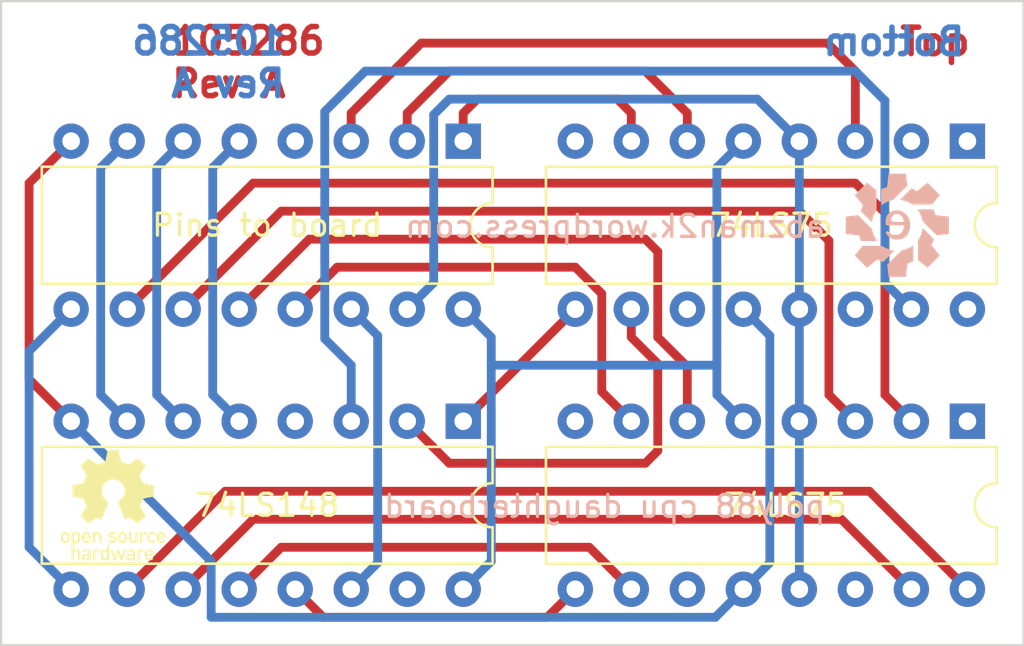
<source format=kicad_pcb>
(kicad_pcb (version 20221018) (generator pcbnew)
  (layers (0 "F.Cu" signal) (31 "B.Cu" signal) (34 "B.Paste" user) (35 "F.Paste" user) (36 "B.SilkS" user "B.Silkscreen") (37 "F.SilkS" user "F.Silkscreen") (38 "B.Mask" user) (39 "F.Mask" user) (44 "Edge.Cuts" user))
  (net 0 "")
  (net 1 "Net-(U1-I4)")
  (net 2 "Net-(U1-I5)")
  (net 3 "Net-(U1-I6)")
  (net 5 "Net-(U1-EI)")
  (net 6 "Net-(U1-S2)")
  (net 7 "Net-(U1-S1)")
  (net 8 "GND")
  (net 9 "Net-(U1-S0)")
  (net 10 "Net-(U1-IO)")
  (net 11 "Net-(U1-I1)")
  (net 12 "Net-(U1-I2)")
  (net 13 "Net-(U1-I3)")
  (net 14 "Net-(U1-GS)")
  (net 15 "Net-(U1-EO)")
  (net 16 "+5V")
  (net 17 "Net-(U2-I4)")
  (net 18 "Net-(U2-I5)")
  (net 19 "Net-(U2-I6)")
  (net 21 "Net-(U2-IO)")
  (net 22 "Net-(U2-I1)")
  (net 23 "Net-(U2-I2)")
  (net 24 "Net-(U2-I3)")
  (footprint "Package_DIP:DIP-16_W7.62mm" (layer "F.Cu") (at 147.32 76.2 -90)
    (fp_text reference "U4" hide)
    (fp_text value "74LS75" (at 3.81 8.255 -180) (layer "F.SilkS"))
    (pad "1" thru_hole rect (at 0 0 270) (size 1.6 1.6) (drill 0.8) (layers "*.Cu" "*.Mask"))
    (pad "2" thru_hole oval (at 0 2.54 270) (size 1.6 1.6) (drill 0.8) (layers "*.Cu" "*.Mask") (net 10 "Net-(U1-IO)"))
    (pad "3" thru_hole oval (at 0 5.08 270) (size 1.6 1.6) (drill 0.8) (layers "*.Cu" "*.Mask") (net 11 "Net-(U1-I1)"))
    (pad "4" thru_hole oval (at 0 7.62 270) (size 1.6 1.6) (drill 0.8) (layers "*.Cu" "*.Mask") (net 15 "Net-(U1-EO)"))
    (pad "5" thru_hole oval (at 0 10.16 270) (size 1.6 1.6) (drill 0.8) (layers "*.Cu" "*.Mask") (net 16 "+5V"))
    (pad "6" thru_hole oval (at 0 12.7 270) (size 1.6 1.6) (drill 0.8) (layers "*.Cu" "*.Mask") (net 12 "Net-(U1-I2)"))
    (pad "7" thru_hole oval (at 0 15.24 270) (size 1.6 1.6) (drill 0.8) (layers "*.Cu" "*.Mask") (net 13 "Net-(U1-I3)"))
    (pad "8" thru_hole oval (at 0 17.78 270) (size 1.6 1.6) (drill 0.8) (layers "*.Cu" "*.Mask"))
    (pad "9" thru_hole oval (at 7.62 17.78 270) (size 1.6 1.6) (drill 0.8) (layers "*.Cu" "*.Mask") (net 24 "Net-(U2-I3)"))
    (pad "10" thru_hole oval (at 7.62 15.24 270) (size 1.6 1.6) (drill 0.8) (layers "*.Cu" "*.Mask") (net 23 "Net-(U2-I2)"))
    (pad "11" thru_hole oval (at 7.62 12.7 270) (size 1.6 1.6) (drill 0.8) (layers "*.Cu" "*.Mask"))
    (pad "12" thru_hole oval (at 7.62 10.16 270) (size 1.6 1.6) (drill 0.8) (layers "*.Cu" "*.Mask") (net 8 "GND"))
    (pad "13" thru_hole oval (at 7.62 7.62 270) (size 1.6 1.6) (drill 0.8) (layers "*.Cu" "*.Mask") (net 15 "Net-(U1-EO)"))
    (pad "14" thru_hole oval (at 7.62 5.08 270) (size 1.6 1.6) (drill 0.8) (layers "*.Cu" "*.Mask"))
    (pad "15" thru_hole oval (at 7.62 2.54 270) (size 1.6 1.6) (drill 0.8) (layers "*.Cu" "*.Mask") (net 22 "Net-(U2-I1)"))
    (pad "16" thru_hole oval (at 7.62 0 270) (size 1.6 1.6) (drill 0.8) (layers "*.Cu" "*.Mask") (net 21 "Net-(U2-IO)"))
  )
  (footprint "Package_DIP:DIP-16_W7.62mm" (layer "F.Cu") (at 124.46 63.5 -90)
    (fp_text reference "U1" hide)
    (fp_text value "74LS148")
    (pad "1" thru_hole rect (at 0 0 270) (size 1.6 1.6) (drill 0.8) (layers "*.Cu" "*.Mask") (net 1 "Net-(U1-I4)"))
    (pad "2" thru_hole oval (at 0 2.54 270) (size 1.6 1.6) (drill 0.8) (layers "*.Cu" "*.Mask") (net 2 "Net-(U1-I5)"))
    (pad "3" thru_hole oval (at 0 5.08 270) (size 1.6 1.6) (drill 0.8) (layers "*.Cu" "*.Mask") (net 3 "Net-(U1-I6)"))
    (pad "4" thru_hole oval (at 0 7.62 270) (size 1.6 1.6) (drill 0.8) (layers "*.Cu" "*.Mask"))
    (pad "5" thru_hole oval (at 0 10.16 270) (size 1.6 1.6) (drill 0.8) (layers "*.Cu" "*.Mask") (net 5 "Net-(U1-EI)"))
    (pad "6" thru_hole oval (at 0 12.7 270) (size 1.6 1.6) (drill 0.8) (layers "*.Cu" "*.Mask") (net 6 "Net-(U1-S2)"))
    (pad "7" thru_hole oval (at 0 15.24 270) (size 1.6 1.6) (drill 0.8) (layers "*.Cu" "*.Mask") (net 7 "Net-(U1-S1)"))
    (pad "8" thru_hole oval (at 0 17.78 270) (size 1.6 1.6) (drill 0.8) (layers "*.Cu" "*.Mask") (net 8 "GND"))
    (pad "9" thru_hole oval (at 7.62 17.78 270) (size 1.6 1.6) (drill 0.8) (layers "*.Cu" "*.Mask") (net 9 "Net-(U1-S0)"))
    (pad "10" thru_hole oval (at 7.62 15.24 270) (size 1.6 1.6) (drill 0.8) (layers "*.Cu" "*.Mask") (net 10 "Net-(U1-IO)"))
    (pad "11" thru_hole oval (at 7.62 12.7 270) (size 1.6 1.6) (drill 0.8) (layers "*.Cu" "*.Mask") (net 11 "Net-(U1-I1)"))
    (pad "12" thru_hole oval (at 7.62 10.16 270) (size 1.6 1.6) (drill 0.8) (layers "*.Cu" "*.Mask") (net 12 "Net-(U1-I2)"))
    (pad "13" thru_hole oval (at 7.62 7.62 270) (size 1.6 1.6) (drill 0.8) (layers "*.Cu" "*.Mask") (net 13 "Net-(U1-I3)"))
    (pad "14" thru_hole oval (at 7.62 5.08 270) (size 1.6 1.6) (drill 0.8) (layers "*.Cu" "*.Mask") (net 14 "Net-(U1-GS)"))
    (pad "15" thru_hole oval (at 7.62 2.54 270) (size 1.6 1.6) (drill 0.8) (layers "*.Cu" "*.Mask") (net 15 "Net-(U1-EO)"))
    (pad "16" thru_hole oval (at 7.62 0 270) (size 1.6 1.6) (drill 0.8) (layers "*.Cu" "*.Mask") (net 16 "+5V"))
  )
  (footprint "Evan's parts:OSHW gear" (layer "F.Cu") (at 108.585 80.01)
    (fp_text reference "G***" hide)
    (fp_text value "LOGO" hide)
  )
  (footprint "Package_DIP:DIP-16_W7.62mm" (layer "F.Cu") (at 124.46 76.2 -90)
    (fp_text reference "U2" hide)
    (fp_text value "74LS148" (at 3.81 8.89 -180) (layer "F.SilkS"))
    (pad "1" thru_hole rect (at 0 0 270) (size 1.6 1.6) (drill 0.8) (layers "*.Cu" "*.Mask") (net 17 "Net-(U2-I4)"))
    (pad "2" thru_hole oval (at 0 2.54 270) (size 1.6 1.6) (drill 0.8) (layers "*.Cu" "*.Mask") (net 18 "Net-(U2-I5)"))
    (pad "3" thru_hole oval (at 0 5.08 270) (size 1.6 1.6) (drill 0.8) (layers "*.Cu" "*.Mask") (net 19 "Net-(U2-I6)"))
    (pad "4" thru_hole oval (at 0 7.62 270) (size 1.6 1.6) (drill 0.8) (layers "*.Cu" "*.Mask"))
    (pad "5" thru_hole oval (at 0 10.16 270) (size 1.6 1.6) (drill 0.8) (layers "*.Cu" "*.Mask") (net 5 "Net-(U1-EI)"))
    (pad "6" thru_hole oval (at 0 12.7 270) (size 1.6 1.6) (drill 0.8) (layers "*.Cu" "*.Mask") (net 6 "Net-(U1-S2)"))
    (pad "7" thru_hole oval (at 0 15.24 270) (size 1.6 1.6) (drill 0.8) (layers "*.Cu" "*.Mask") (net 7 "Net-(U1-S1)"))
    (pad "8" thru_hole oval (at 0 17.78 270) (size 1.6 1.6) (drill 0.8) (layers "*.Cu" "*.Mask") (net 8 "GND"))
    (pad "9" thru_hole oval (at 7.62 17.78 270) (size 1.6 1.6) (drill 0.8) (layers "*.Cu" "*.Mask") (net 9 "Net-(U1-S0)"))
    (pad "10" thru_hole oval (at 7.62 15.24 270) (size 1.6 1.6) (drill 0.8) (layers "*.Cu" "*.Mask") (net 21 "Net-(U2-IO)"))
    (pad "11" thru_hole oval (at 7.62 12.7 270) (size 1.6 1.6) (drill 0.8) (layers "*.Cu" "*.Mask") (net 22 "Net-(U2-I1)"))
    (pad "12" thru_hole oval (at 7.62 10.16 270) (size 1.6 1.6) (drill 0.8) (layers "*.Cu" "*.Mask") (net 23 "Net-(U2-I2)"))
    (pad "13" thru_hole oval (at 7.62 7.62 270) (size 1.6 1.6) (drill 0.8) (layers "*.Cu" "*.Mask") (net 24 "Net-(U2-I3)"))
    (pad "14" thru_hole oval (at 7.62 5.08 270) (size 1.6 1.6) (drill 0.8) (layers "*.Cu" "*.Mask") (net 14 "Net-(U1-GS)"))
    (pad "15" thru_hole oval (at 7.62 2.54 270) (size 1.6 1.6) (drill 0.8) (layers "*.Cu" "*.Mask"))
    (pad "16" thru_hole oval (at 7.62 0 270) (size 1.6 1.6) (drill 0.8) (layers "*.Cu" "*.Mask") (net 16 "+5V"))
  )
  (footprint "Package_DIP:DIP-16_W7.62mm" (layer "F.Cu") (at 147.32 63.5 -90)
    (fp_text reference "U3" hide)
    (fp_text value "74LS75" (at 3.81 8.89 -180) (layer "F.SilkS"))
    (pad "1" thru_hole rect (at 0 0 270) (size 1.6 1.6) (drill 0.8) (layers "*.Cu" "*.Mask"))
    (pad "2" thru_hole oval (at 0 2.54 270) (size 1.6 1.6) (drill 0.8) (layers "*.Cu" "*.Mask"))
    (pad "3" thru_hole oval (at 0 5.08 270) (size 1.6 1.6) (drill 0.8) (layers "*.Cu" "*.Mask") (net 3 "Net-(U1-I6)"))
    (pad "4" thru_hole oval (at 0 7.62 270) (size 1.6 1.6) (drill 0.8) (layers "*.Cu" "*.Mask") (net 15 "Net-(U1-EO)"))
    (pad "5" thru_hole oval (at 0 10.16 270) (size 1.6 1.6) (drill 0.8) (layers "*.Cu" "*.Mask") (net 16 "+5V"))
    (pad "6" thru_hole oval (at 0 12.7 270) (size 1.6 1.6) (drill 0.8) (layers "*.Cu" "*.Mask") (net 2 "Net-(U1-I5)"))
    (pad "7" thru_hole oval (at 0 15.24 270) (size 1.6 1.6) (drill 0.8) (layers "*.Cu" "*.Mask") (net 1 "Net-(U1-I4)"))
    (pad "8" thru_hole oval (at 0 17.78 270) (size 1.6 1.6) (drill 0.8) (layers "*.Cu" "*.Mask"))
    (pad "9" thru_hole oval (at 7.62 17.78 270) (size 1.6 1.6) (drill 0.8) (layers "*.Cu" "*.Mask") (net 17 "Net-(U2-I4)"))
    (pad "10" thru_hole oval (at 7.62 15.24 270) (size 1.6 1.6) (drill 0.8) (layers "*.Cu" "*.Mask") (net 18 "Net-(U2-I5)"))
    (pad "11" thru_hole oval (at 7.62 12.7 270) (size 1.6 1.6) (drill 0.8) (layers "*.Cu" "*.Mask"))
    (pad "12" thru_hole oval (at 7.62 10.16 270) (size 1.6 1.6) (drill 0.8) (layers "*.Cu" "*.Mask") (net 8 "GND"))
    (pad "13" thru_hole oval (at 7.62 7.62 270) (size 1.6 1.6) (drill 0.8) (layers "*.Cu" "*.Mask") (net 15 "Net-(U1-EO)"))
    (pad "14" thru_hole oval (at 7.62 5.08 270) (size 1.6 1.6) (drill 0.8) (layers "*.Cu" "*.Mask"))
    (pad "15" thru_hole oval (at 7.62 2.54 270) (size 1.6 1.6) (drill 0.8) (layers "*.Cu" "*.Mask") (net 19 "Net-(U2-I6)"))
    (pad "16" thru_hole oval (at 7.62 0 270) (size 1.6 1.6) (drill 0.8) (layers "*.Cu" "*.Mask"))
  )
  (footprint "Evan's parts:Evan Logo" (layer "B.Cu") (at 144.145 67.31 180)
    (fp_text reference "G***" hide)
    (fp_text value "LOGO" hide)
  )
  (gr_rect (start 103.505 57.15) (end 149.86 86.36) (stroke (width 0.1)) (fill none) (layer "Edge.Cuts"))
  (gr_text "105286\nRev A" (at 111.125 61.595) (layer "F.Cu") (effects (font (size 1.2 1.2) (thickness 0.25) bold) (justify left bottom)))
  (gr_text "Top" (at 144.145 59.69) (layer "F.Cu") (effects (font (size 1.2 1.2) (thickness 0.25) bold) (justify left bottom)))
  (gr_text "Bottom" (at 147.32 59.69) (layer "B.Cu") (effects (font (size 1.2 1.2) (thickness 0.25) bold) (justify left bottom mirror)))
  (gr_text "105286\nRev A" (at 116.500714 61.595) (layer "B.Cu") (effects (font (size 1.2 1.2) (thickness 0.25) bold) (justify left bottom mirror)))
  (gr_text "poly88 cpu daughterboard" (at 140.97 80.645) (layer "B.SilkS") (effects (font (size 1 1)) (justify left bottom mirror)))
  (gr_text "abzman2k.wordpress.com" (at 140.97 67.945) (layer "B.SilkS") (effects (font (size 1 1)) (justify left bottom mirror)))
  (gr_text "Pins to board" (at 115.57 67.31) (layer "F.SilkS") (effects (font (size 1 1))))
  (segment (start 124.46 62.23) (end 125.095 61.595) (width 0.4) (layer "F.Cu") (net 1))
  (segment (start 132.08 62.23) (end 132.08 63.5) (width 0.4) (layer "F.Cu") (net 1))
  (segment (start 131.445 61.595) (end 132.08 62.23) (width 0.4) (layer "F.Cu") (net 1))
  (segment (start 131.445 61.595) (end 125.095 61.595) (width 0.4) (layer "F.Cu") (net 1))
  (segment (start 124.46 63.5) (end 124.46 62.23) (width 0.4) (layer "F.Cu") (net 1))
  (segment (start 134.62 62.23) (end 134.62 63.5) (width 0.4) (layer "F.Cu") (net 2))
  (segment (start 132.715 60.325) (end 123.825 60.325) (width 0.4) (layer "F.Cu") (net 2))
  (segment (start 132.715 60.325) (end 134.62 62.23) (width 0.4) (layer "F.Cu") (net 2))
  (segment (start 121.92 62.23) (end 123.825 60.325) (width 0.4) (layer "F.Cu") (net 2))
  (segment (start 121.92 63.5) (end 121.92 62.23) (width 0.4) (layer "F.Cu") (net 2))
  (segment (start 140.97 59.055) (end 122.555 59.055) (width 0.4) (layer "F.Cu") (net 3))
  (segment (start 140.97 59.055) (end 142.24 60.325) (width 0.4) (layer "F.Cu") (net 3))
  (segment (start 119.38 63.5) (end 119.38 62.23) (width 0.4) (layer "F.Cu") (net 3))
  (segment (start 142.24 60.325) (end 142.24 63.5) (width 0.4) (layer "F.Cu") (net 3))
  (segment (start 119.38 62.23) (end 122.555 59.055) (width 0.4) (layer "F.Cu") (net 3))
  (segment (start 113.1 64.7) (end 114.3 63.5) (width 0.4) (layer "B.Cu") (net 5))
  (segment (start 113.1 75) (end 113.1 64.7) (width 0.4) (layer "B.Cu") (net 5))
  (segment (start 114.3 76.2) (end 113.1 75) (width 0.4) (layer "B.Cu") (net 5))
  (segment (start 110.56 75) (end 110.56 64.7) (width 0.4) (layer "B.Cu") (net 6))
  (segment (start 110.56 64.7) (end 111.76 63.5) (width 0.4) (layer "B.Cu") (net 6))
  (segment (start 111.76 76.2) (end 110.56 75) (width 0.4) (layer "B.Cu") (net 6))
  (segment (start 108.02 75) (end 108.02 64.7) (width 0.4) (layer "B.Cu") (net 7))
  (segment (start 108.02 64.7) (end 109.22 63.5) (width 0.4) (layer "B.Cu") (net 7))
  (segment (start 109.22 76.2) (end 108.02 75) (width 0.4) (layer "B.Cu") (net 7))
  (segment (start 104.775 74.295) (end 106.68 76.2) (width 0.4) (layer "F.Cu") (net 8))
  (segment (start 106.68 63.5) (end 104.775 65.405) (width 0.4) (layer "F.Cu") (net 8))
  (segment (start 104.775 65.405) (end 104.775 74.295) (width 0.4) (layer "F.Cu") (net 8))
  (segment (start 137.16 71.12) (end 138.36 72.32) (width 0.4) (layer "B.Cu") (net 8))
  (segment (start 113.03 85.09) (end 113.03 82.55) (width 0.4) (layer "B.Cu") (net 8))
  (segment (start 137.16 83.82) (end 135.89 85.09) (width 0.4) (layer "B.Cu") (net 8))
  (segment (start 113.03 82.55) (end 106.68 76.2) (width 0.4) (layer "B.Cu") (net 8))
  (segment (start 138.36 72.32) (end 138.36 82.62) (width 0.4) (layer "B.Cu") (net 8))
  (segment (start 135.89 85.09) (end 113.03 85.09) (width 0.4) (layer "B.Cu") (net 8))
  (segment (start 138.36 82.62) (end 137.16 83.82) (width 0.4) (layer "B.Cu") (net 8))
  (segment (start 104.775 73.025) (end 106.68 71.12) (width 0.4) (layer "B.Cu") (net 9))
  (segment (start 106.68 83.82) (end 104.775 81.915) (width 0.4) (layer "B.Cu") (net 9))
  (segment (start 104.775 81.915) (end 104.775 73.025) (width 0.4) (layer "B.Cu") (net 9))
  (segment (start 142.24 65.405) (end 143.58 66.745) (width 0.4) (layer "F.Cu") (net 10))
  (segment (start 109.22 71.12) (end 114.935 65.405) (width 0.4) (layer "F.Cu") (net 10))
  (segment (start 143.58 66.745) (end 143.58 75) (width 0.4) (layer "F.Cu") (net 10))
  (segment (start 143.58 75) (end 144.78 76.2) (width 0.4) (layer "F.Cu") (net 10))
  (segment (start 114.935 65.405) (end 142.24 65.405) (width 0.4) (layer "F.Cu") (net 10))
  (segment (start 116.205 66.675) (end 139.7 66.675) (width 0.4) (layer "F.Cu") (net 11))
  (segment (start 111.76 71.12) (end 116.205 66.675) (width 0.4) (layer "F.Cu") (net 11))
  (segment (start 141.04 75) (end 142.24 76.2) (width 0.4) (layer "F.Cu") (net 11))
  (segment (start 139.7 66.675) (end 141.04 68.015) (width 0.4) (layer "F.Cu") (net 11))
  (segment (start 141.04 68.015) (end 141.04 75) (width 0.4) (layer "F.Cu") (net 11))
  (segment (start 133.28 68.51) (end 133.28 72.39) (width 0.4) (layer "F.Cu") (net 12))
  (segment (start 134.62 76.2) (end 134.62 73.73) (width 0.4) (layer "F.Cu") (net 12))
  (segment (start 117.475 67.945) (end 132.715 67.945) (width 0.4) (layer "F.Cu") (net 12))
  (segment (start 114.3 71.12) (end 117.475 67.945) (width 0.4) (layer "F.Cu") (net 12))
  (segment (start 132.715 67.945) (end 133.28 68.51) (width 0.4) (layer "F.Cu") (net 12))
  (segment (start 134.62 73.73) (end 133.28 72.39) (width 0.4) (layer "F.Cu") (net 12))
  (segment (start 130.74 70.415) (end 130.74 74.86) (width 0.4) (layer "F.Cu") (net 13))
  (segment (start 118.745 69.215) (end 129.54 69.215) (width 0.4) (layer "F.Cu") (net 13))
  (segment (start 129.54 69.215) (end 130.74 70.415) (width 0.4) (layer "F.Cu") (net 13))
  (segment (start 116.84 71.12) (end 118.745 69.215) (width 0.4) (layer "F.Cu") (net 13))
  (segment (start 130.74 74.86) (end 132.08 76.2) (width 0.4) (layer "F.Cu") (net 13))
  (segment (start 120.58 72.32) (end 119.38 71.12) (width 0.4) (layer "B.Cu") (net 14))
  (segment (start 119.38 83.82) (end 120.58 82.62) (width 0.4) (layer "B.Cu") (net 14))
  (segment (start 120.58 82.62) (end 120.58 72.32) (width 0.4) (layer "B.Cu") (net 14))
  (segment (start 139.7 83.82) (end 139.7 76.2) (width 0.4) (layer "B.Cu") (net 15))
  (segment (start 139.7 76.2) (end 139.7 71.12) (width 0.4) (layer "B.Cu") (net 15))
  (segment (start 137.795 61.595) (end 123.825 61.595) (width 0.4) (layer "B.Cu") (net 15))
  (segment (start 139.7 71.12) (end 139.7 63.5) (width 0.4) (layer "B.Cu") (net 15))
  (segment (start 123.12 69.92) (end 121.92 71.12) (width 0.4) (layer "B.Cu") (net 15))
  (segment (start 123.12 62.3) (end 123.12 69.92) (width 0.4) (layer "B.Cu") (net 15))
  (segment (start 139.7 63.5) (end 137.795 61.595) (width 0.4) (layer "B.Cu") (net 15))
  (segment (start 123.825 61.595) (end 123.12 62.3) (width 0.4) (layer "B.Cu") (net 15))
  (segment (start 135.96 75) (end 137.16 76.2) (width 0.4) (layer "B.Cu") (net 16))
  (segment (start 125.73 72.39) (end 124.46 71.12) (width 0.4) (layer "B.Cu") (net 16))
  (segment (start 125.73 73.66) (end 125.73 72.39) (width 0.4) (layer "B.Cu") (net 16))
  (segment (start 135.96 73.66) (end 125.73 73.66) (width 0.4) (layer "B.Cu") (net 16))
  (segment (start 135.96 73.66) (end 135.96 75) (width 0.4) (layer "B.Cu") (net 16))
  (segment (start 125.73 82.55) (end 125.73 73.66) (width 0.4) (layer "B.Cu") (net 16))
  (segment (start 135.96 64.7) (end 135.96 73.66) (width 0.4) (layer "B.Cu") (net 16))
  (segment (start 137.16 63.5) (end 135.96 64.7) (width 0.4) (layer "B.Cu") (net 16))
  (segment (start 124.46 83.82) (end 125.73 82.55) (width 0.4) (layer "B.Cu") (net 16))
  (segment (start 124.46 76.2) (end 129.54 71.12) (width 0.4) (layer "F.Cu") (net 17))
  (segment (start 123.825 78.105) (end 121.92 76.2) (width 0.4) (layer "F.Cu") (net 18))
  (segment (start 132.08 71.12) (end 132.08 72.39) (width 0.4) (layer "F.Cu") (net 18))
  (segment (start 132.715 78.105) (end 123.825 78.105) (width 0.4) (layer "F.Cu") (net 18))
  (segment (start 133.28 73.59) (end 133.28 77.54) (width 0.4) (layer "F.Cu") (net 18))
  (segment (start 132.08 72.39) (end 133.28 73.59) (width 0.4) (layer "F.Cu") (net 18))
  (segment (start 133.28 77.54) (end 132.715 78.105) (width 0.4) (layer "F.Cu") (net 18))
  (segment (start 118.18 72.46) (end 119.38 73.66) (width 0.4) (layer "B.Cu") (net 19))
  (segment (start 143.58 69.92) (end 143.58 61.665) (width 0.4) (layer "B.Cu") (net 19))
  (segment (start 142.24 60.325) (end 120.015 60.325) (width 0.4) (layer "B.Cu") (net 19))
  (segment (start 120.015 60.325) (end 118.18 62.16) (width 0.4) (layer "B.Cu") (net 19))
  (segment (start 119.38 73.66) (end 119.38 76.2) (width 0.4) (layer "B.Cu") (net 19))
  (segment (start 118.18 62.16) (end 118.18 72.46) (width 0.4) (layer "B.Cu") (net 19))
  (segment (start 144.78 71.12) (end 143.58 69.92) (width 0.4) (layer "B.Cu") (net 19))
  (segment (start 143.58 61.665) (end 142.24 60.325) (width 0.4) (layer "B.Cu") (net 19))
  (segment (start 142.875 79.375) (end 113.665 79.375) (width 0.4) (layer "F.Cu") (net 21))
  (segment (start 113.665 79.375) (end 109.22 83.82) (width 0.4) (layer "F.Cu") (net 21))
  (segment (start 147.32 83.82) (end 142.875 79.375) (width 0.4) (layer "F.Cu") (net 21))
  (segment (start 144.78 83.82) (end 141.605 80.645) (width 0.4) (layer "F.Cu") (net 22))
  (segment (start 141.605 80.645) (end 114.935 80.645) (width 0.4) (layer "F.Cu") (net 22))
  (segment (start 114.935 80.645) (end 111.76 83.82) (width 0.4) (layer "F.Cu") (net 22))
  (segment (start 132.08 83.82) (end 130.175 81.915) (width 0.4) (layer "F.Cu") (net 23))
  (segment (start 130.175 81.915) (end 116.205 81.915) (width 0.4) (layer "F.Cu") (net 23))
  (segment (start 116.205 81.915) (end 114.3 83.82) (width 0.4) (layer "F.Cu") (net 23))
  (segment (start 128.27 85.09) (end 129.54 83.82) (width 0.4) (layer "F.Cu") (net 24))
  (segment (start 116.84 83.82) (end 118.11 85.09) (width 0.4) (layer "F.Cu") (net 24))
  (segment (start 118.11 85.09) (end 128.27 85.09) (width 0.4) (layer "F.Cu") (net 24))
)
</source>
